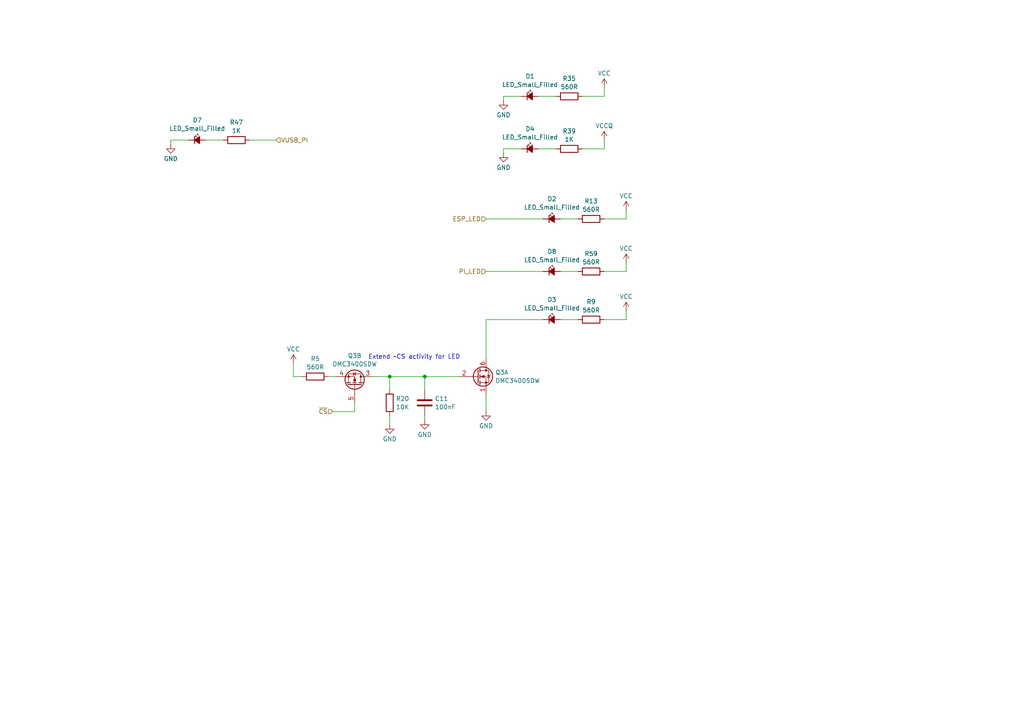
<source format=kicad_sch>
(kicad_sch (version 20250114) (generator "eeschema") (generator_version "9.0")
  (paper "A4")
  (lib_symbols
    (symbol "DMC2053UVT_2" (pin_names (hide yes))
      (property "Reference" "Q5" (at 2.667 1.2122 0))
      (property "Value" "DMC3400SDW" (at 2.667 -1.2121 0))
      (symbol "DMC2053UVT_2_0_1"
        (polyline (pts (xy -2.286 1.905) (xy -2.286 -1.905)) (stroke (width 0.254)))
        (polyline (pts (xy -2.286 0) (xy -5.08 0)))
        (polyline (pts (xy -1.778 2.286) (xy -1.778 1.27)) (stroke (width 0.254)))
        (polyline (pts (xy -1.778 0.508) (xy -1.778 -0.508)) (stroke (width 0.254)))
        (polyline (pts (xy -1.778 -1.27) (xy -1.778 -2.286)) (stroke (width 0.254)))
        (polyline (pts (xy -1.778 -1.778) (xy 0.762 -1.778) (xy 0.762 1.778) (xy -1.778 1.778)))
        (circle (center -0.889 0) (radius 2.794) (stroke (width 0.254)))
        (polyline (pts (xy 0 2.54) (xy 0 1.778)))
        (circle (center 0 1.778) (radius 0.254) (fill (type outline)))
        (circle (center 0 -1.778) (radius 0.254) (fill (type outline)))
        (polyline (pts (xy 0 -2.54) (xy 0 0) (xy -1.778 0)))
      )
      (symbol "DMC2053UVT_2_1_1"
        (polyline (pts (xy -1.524 0) (xy -0.508 0.381) (xy -0.508 -0.381) (xy -1.524 0)) (fill (type outline)))
        (polyline (pts (xy 0.254 0.508) (xy 0.381 0.381) (xy 1.143 0.381) (xy 1.27 0.254)))
        (polyline (pts (xy 0.762 0.381) (xy 0.381 -0.254) (xy 1.143 -0.254) (xy 0.762 0.381)))
        (pin passive line (at -7.62 0 0) (length 2.54) (name "G") (number "2"))
        (pin passive line (at 0 5.08 270) (length 2.54) (name "D") (number "6"))
        (pin passive line (at 0 -5.08 90) (length 2.54) (name "1") (number "1"))
      )
      (symbol "DMC2053UVT_2_2_1"
        (polyline (pts (xy -0.254 0) (xy -1.27 0.381) (xy -1.27 -0.381) (xy -0.254 0)) (fill (type outline)))
        (polyline (pts (xy 0.254 -0.508) (xy 0.381 -0.381) (xy 1.143 -0.381) (xy 1.27 -0.254)))
        (polyline (pts (xy 0.762 -0.381) (xy 0.381 0.254) (xy 1.143 0.254) (xy 0.762 -0.381)))
        (pin passive line (at -7.62 0 0) (length 2.54) (name "G") (number "5"))
        (pin passive line (at 0 5.08 270) (length 2.54) (name "D") (number "3"))
        (pin passive line (at 0 -5.08 90) (length 2.54) (name "S") (number "4"))
      )
    )
    (symbol "Device:C" (pin_numbers (hide yes)) (pin_names (offset 0.254))
      (property "Reference" "C" (at 0.635 2.54 0))
      (property "Value" "C" (at 0.635 -2.54 0))
      (symbol "C_0_1"
        (polyline (pts (xy -2.032 0.762) (xy 2.032 0.762)) (stroke (width 0.508)))
        (polyline (pts (xy -2.032 -0.762) (xy 2.032 -0.762)) (stroke (width 0.508)))
      )
      (symbol "C_1_1"
        (pin passive line (at 0 3.81 270) (length 2.794) (name "~") (number "1"))
        (pin passive line (at 0 -3.81 90) (length 2.794) (name "~") (number "2"))
      )
    )
    (symbol "Device:LED_Small_Filled" (pin_numbers (hide yes)) (pin_names (offset 0.254) (hide yes))
      (property "Reference" "D" (at -1.27 3.175 0))
      (property "Value" "LED_Small_Filled" (at -4.445 -2.54 0))
      (symbol "LED_Small_Filled_0_1"
        (polyline (pts (xy -0.762 -1.016) (xy -0.762 1.016)) (stroke (width 0.254)))
        (polyline (pts (xy 0 0.762) (xy -0.508 1.27) (xy -0.254 1.27) (xy -0.508 1.27) (xy -0.508 1.016)))
        (polyline (pts (xy 0.508 1.27) (xy 0 1.778) (xy 0.254 1.778) (xy 0 1.778) (xy 0 1.524)))
        (polyline (pts (xy 0.762 -1.016) (xy -0.762 0) (xy 0.762 1.016) (xy 0.762 -1.016)) (stroke (width 0.254)) (fill (type outline)))
        (polyline (pts (xy 1.016 0) (xy -0.762 0)))
      )
      (symbol "LED_Small_Filled_1_1"
        (pin passive line (at -2.54 0 0) (length 1.778) (name "K") (number "1"))
        (pin passive line (at 2.54 0 180) (length 1.778) (name "A") (number "2"))
      )
    )
    (symbol "Device:R" (pin_numbers (hide yes)) (pin_names (offset 0))
      (property "Reference" "R" (at 2.032 0 90))
      (property "Value" "R" (at 0 0 90))
      (symbol "R_0_1"
        (rectangle (start -1.016 -2.54) (end 1.016 2.54) (stroke (width 0.254)))
      )
      (symbol "R_1_1"
        (pin passive line (at 0 3.81 270) (length 1.27) (name "~") (number "1"))
        (pin passive line (at 0 -3.81 90) (length 1.27) (name "~") (number "2"))
      )
    )
    (symbol "power:GND" (power) (pin_numbers (hide yes)) (pin_names (offset 0) (hide yes))
      (property "Value" "GND" (at 0 -3.81 0))
      (symbol "GND_0_1"
        (polyline (pts (xy 0 0) (xy 0 -1.27) (xy 1.27 -1.27) (xy 0 -2.54) (xy -1.27 -1.27) (xy 0 -1.27)))
      )
      (symbol "GND_1_1"
        (pin power_in line (at 0 0 270) (length 0) (name "~") (number "1"))
      )
    )
    (symbol "power:VCC" (power) (pin_numbers (hide yes)) (pin_names (offset 0) (hide yes))
      (property "Value" "VCC" (at 0 3.556 0))
      (symbol "VCC_0_1"
        (polyline (pts (xy -0.762 1.27) (xy 0 2.54)))
        (polyline (pts (xy 0 2.54) (xy 0.762 1.27)))
        (polyline (pts (xy 0 0) (xy 0 2.54)))
      )
      (symbol "VCC_1_1"
        (pin power_in line (at 0 0 90) (length 0) (name "~") (number "1"))
      )
    )
    (symbol "power:VCCQ" (power) (pin_numbers (hide yes)) (pin_names (offset 0) (hide yes))
      (property "Value" "VCCQ" (at 0 3.556 0))
      (symbol "VCCQ_0_1"
        (polyline (pts (xy -0.762 1.27) (xy 0 2.54)))
        (polyline (pts (xy 0 2.54) (xy 0.762 1.27)))
        (polyline (pts (xy 0 0) (xy 0 2.54)))
      )
      (symbol "VCCQ_1_1"
        (pin power_in line (at 0 0 90) (length 0) (name "~") (number "1"))
      )
    )
  )
  (text "Extend ~CS activity for LED\n" (at 120.142 103.632 0) (effects (font (size 1.27 1.27))))
  (junction (at 123.19 109.22))
  (junction (at 113.03 109.22))
  (wire (pts (xy 140.97 104.14) (xy 140.97 92.71)))
  (wire (pts (xy 113.03 120.65) (xy 113.03 123.19)))
  (wire (pts (xy 181.61 92.71) (xy 181.61 90.17)))
  (wire (pts (xy 168.91 27.94) (xy 175.26 27.94)))
  (wire (pts (xy 162.56 78.74) (xy 167.64 78.74)))
  (wire (pts (xy 123.19 109.22) (xy 123.19 113.03)))
  (wire (pts (xy 162.56 63.5) (xy 167.64 63.5)))
  (wire (pts (xy 140.97 92.71) (xy 157.48 92.71)))
  (wire (pts (xy 140.97 78.74) (xy 157.48 78.74)))
  (wire (pts (xy 72.39 40.64) (xy 80.01 40.64)))
  (wire (pts (xy 85.09 109.22) (xy 85.09 105.41)))
  (wire (pts (xy 175.26 63.5) (xy 181.61 63.5)))
  (wire (pts (xy 181.61 63.5) (xy 181.61 60.96)))
  (wire (pts (xy 146.05 43.18) (xy 146.05 44.45)))
  (wire (pts (xy 59.69 40.64) (xy 64.77 40.64)))
  (wire (pts (xy 175.26 27.94) (xy 175.26 25.4)))
  (wire (pts (xy 54.61 40.64) (xy 49.53 40.64)))
  (wire (pts (xy 168.91 43.18) (xy 175.26 43.18)))
  (wire (pts (xy 96.52 119.38) (xy 102.87 119.38)))
  (wire (pts (xy 140.97 114.3) (xy 140.97 119.38)))
  (wire (pts (xy 151.13 43.18) (xy 146.05 43.18)))
  (wire (pts (xy 151.13 27.94) (xy 146.05 27.94)))
  (wire (pts (xy 140.97 63.5) (xy 157.48 63.5)))
  (wire (pts (xy 107.95 109.22) (xy 113.03 109.22)))
  (wire (pts (xy 175.26 78.74) (xy 181.61 78.74)))
  (wire (pts (xy 156.21 43.18) (xy 161.29 43.18)))
  (wire (pts (xy 49.53 40.64) (xy 49.53 41.91)))
  (wire (pts (xy 175.26 92.71) (xy 181.61 92.71)))
  (wire (pts (xy 162.56 92.71) (xy 167.64 92.71)))
  (wire (pts (xy 156.21 27.94) (xy 161.29 27.94)))
  (wire (pts (xy 123.19 120.65) (xy 123.19 121.92)))
  (wire (pts (xy 113.03 109.22) (xy 113.03 113.03)))
  (wire (pts (xy 175.26 43.18) (xy 175.26 40.64)))
  (wire (pts (xy 113.03 109.22) (xy 123.19 109.22)))
  (wire (pts (xy 87.63 109.22) (xy 85.09 109.22)))
  (wire (pts (xy 95.25 109.22) (xy 97.79 109.22)))
  (wire (pts (xy 146.05 27.94) (xy 146.05 29.21)))
  (wire (pts (xy 123.19 109.22) (xy 133.35 109.22)))
  (wire (pts (xy 181.61 78.74) (xy 181.61 76.2)))
  (wire (pts (xy 102.87 116.84) (xy 102.87 119.38)))
  (hierarchical_label "PI_LED" (shape input) (at 140.97 78.74 180))
  (hierarchical_label "~{CS}" (shape input) (at 96.52 119.38 180))
  (hierarchical_label "VUSB_PI" (shape input) (at 80.01 40.64 0))
  (hierarchical_label "ESP_LED" (shape input) (at 140.97 63.5 180))
  (symbol (lib_name "DMC2053UVT_2") (lib_id "Transistor_FET:DMC2053UVT") (at 140.97 109.22 0) (unit 1)
    (property "Reference" "Q3" (at 143.637 108.0078 0) (effects (justify left)))
    (property "Value" "DMC3400SDW" (at 143.637 110.4321 0) (effects (justify left)))
    (property "Footprint" "Package_TO_SOT_SMD:SOT-363_SC-70-6" (effects (hide yes)))
    (property "Datasheet" "https://www.diodes.com/assets/Datasheets/DMC2053UVT.pdf" (effects (hide yes)))
    (property "Description" "4.6A/-3.2A Id, 20V Vds, Complementary pair enhancement mode P-Channel and N-Channel MOSFET, TSOT-23-6" (effects (hide yes)))
    (property "LCSC" "C155499" (effects (hide yes)))
  )
  (symbol (lib_id "Device:LED_Small_Filled") (at 153.67 43.18 0) (unit 1)
    (property "Reference" "D4" (at 153.7335 37.3845 0))
    (property "Value" "LED_Small_Filled" (at 153.7335 39.8088 0))
    (property "Footprint" "LED_SMD:LED_0603_1608Metric_Pad1.05x0.95mm_HandSolder" (effects (hide yes)))
    (property "Description" "Light emitting diode, small symbol, filled shape" (effects (hide yes)))
    (property "LCSC" "C2286" (effects (hide yes)))
  )
  (symbol (lib_id "power:VCC") (at 85.09 105.41 0) (unit 1)
    (property "Reference" "#PWR027" (effects (hide yes)))
    (property "Value" "VCC" (at 85.09 101.2769 0))
    (property "Description" "Power symbol creates a global label with name \"VCC\"" (effects (hide yes)))
  )
  (symbol (lib_id "Device:R") (at 113.03 116.84 0) (unit 1)
    (property "Reference" "R20" (at 114.808 115.6278 0) (effects (justify left)))
    (property "Value" "10K" (at 114.808 118.0521 0) (effects (justify left)))
    (property "Footprint" "Resistor_SMD:R_0603_1608Metric_Pad0.98x0.95mm_HandSolder" (effects (hide yes)))
    (property "Description" "Resistor" (effects (hide yes)))
    (property "LCSC" "C25804" (effects (hide yes)))
  )
  (symbol (lib_id "power:GND") (at 49.53 41.91 0) (unit 1)
    (property "Reference" "#PWR0142" (effects (hide yes)))
    (property "Value" "GND" (at 49.53 46.0431 0))
    (property "Description" "Power symbol creates a global label with name \"GND\" , ground" (effects (hide yes)))
  )
  (symbol (lib_id "power:VCCQ") (at 175.26 40.64 0) (unit 1)
    (property "Reference" "#PWR0116" (effects (hide yes)))
    (property "Value" "VCCQ" (at 175.26 36.5069 0))
    (property "Description" "Power symbol creates a global label with name \"VCCQ\"" (effects (hide yes)))
  )
  (symbol (lib_id "Device:R") (at 171.45 63.5 270) (unit 1)
    (property "Reference" "R13" (at 171.45 58.3395 90))
    (property "Value" "560R" (at 171.45 60.7638 90))
    (property "Footprint" "Resistor_SMD:R_0603_1608Metric_Pad0.98x0.95mm_HandSolder" (effects (hide yes)))
    (property "Description" "Resistor" (effects (hide yes)))
    (property "LCSC" "C23204" (effects (hide yes)))
  )
  (symbol (lib_id "Device:R") (at 68.58 40.64 90) (unit 1)
    (property "Reference" "R47" (at 68.58 35.4795 90))
    (property "Value" "1K" (at 68.58 37.9038 90))
    (property "Footprint" "Resistor_SMD:R_0603_1608Metric_Pad0.98x0.95mm_HandSolder" (effects (hide yes)))
    (property "Description" "Resistor" (effects (hide yes)))
    (property "LCSC" "C21190" (effects (hide yes)))
  )
  (symbol (lib_id "power:GND") (at 146.05 29.21 0) (unit 1)
    (property "Reference" "#PWR077" (effects (hide yes)))
    (property "Value" "GND" (at 146.05 33.3431 0))
    (property "Description" "Power symbol creates a global label with name \"GND\" , ground" (effects (hide yes)))
  )
  (symbol (lib_id "Device:R") (at 165.1 43.18 90) (unit 1)
    (property "Reference" "R39" (at 165.1 38.0195 90))
    (property "Value" "1K" (at 165.1 40.4438 90))
    (property "Footprint" "Resistor_SMD:R_0603_1608Metric_Pad0.98x0.95mm_HandSolder" (effects (hide yes)))
    (property "Description" "Resistor" (effects (hide yes)))
    (property "LCSC" "C21190" (effects (hide yes)))
  )
  (symbol (lib_id "Device:LED_Small_Filled") (at 57.15 40.64 0) (unit 1)
    (property "Reference" "D7" (at 57.2135 34.8445 0))
    (property "Value" "LED_Small_Filled" (at 57.2135 37.2688 0))
    (property "Footprint" "LED_SMD:LED_0603_1608Metric_Pad1.05x0.95mm_HandSolder" (effects (hide yes)))
    (property "Description" "Light emitting diode, small symbol, filled shape" (effects (hide yes)))
    (property "LCSC" "C2286" (effects (hide yes)))
  )
  (symbol (lib_id "Device:R") (at 165.1 27.94 270) (unit 1)
    (property "Reference" "R35" (at 165.1 22.7795 90))
    (property "Value" "560R" (at 165.1 25.2038 90))
    (property "Footprint" "Resistor_SMD:R_0603_1608Metric_Pad0.98x0.95mm_HandSolder" (effects (hide yes)))
    (property "Description" "Resistor" (effects (hide yes)))
    (property "LCSC" "C23204" (effects (hide yes)))
  )
  (symbol (lib_name "DMC2053UVT_2") (lib_id "Transistor_FET:DMC2053UVT") (at 102.87 109.22 270) (mirror x) (unit 2)
    (property "Reference" "Q3" (at 102.87 103.1705 90))
    (property "Value" "DMC3400SDW" (at 102.87 105.5948 90))
    (property "Footprint" "Package_TO_SOT_SMD:SOT-363_SC-70-6" (effects (hide yes)))
    (property "Datasheet" "https://www.diodes.com/assets/Datasheets/DMC2053UVT.pdf" (effects (hide yes)))
    (property "Description" "4.6A/-3.2A Id, 20V Vds, Complementary pair enhancement mode P-Channel and N-Channel MOSFET, TSOT-23-6" (effects (hide yes)))
    (property "LCSC" "C155499" (effects (hide yes)))
  )
  (symbol (lib_id "Device:R") (at 91.44 109.22 270) (unit 1)
    (property "Reference" "R5" (at 91.44 104.0595 90))
    (property "Value" "560R" (at 91.44 106.4838 90))
    (property "Footprint" "Resistor_SMD:R_0603_1608Metric_Pad0.98x0.95mm_HandSolder" (effects (hide yes)))
    (property "Description" "Resistor" (effects (hide yes)))
    (property "LCSC" "C23204" (effects (hide yes)))
  )
  (symbol (lib_id "Device:R") (at 171.45 92.71 270) (unit 1)
    (property "Reference" "R9" (at 171.45 87.5495 90))
    (property "Value" "560R" (at 171.45 89.9738 90))
    (property "Footprint" "Resistor_SMD:R_0603_1608Metric_Pad0.98x0.95mm_HandSolder" (effects (hide yes)))
    (property "Description" "Resistor" (effects (hide yes)))
    (property "LCSC" "C23204" (effects (hide yes)))
  )
  (symbol (lib_id "Device:C") (at 123.19 116.84 0) (unit 1)
    (property "Reference" "C11" (at 126.111 115.6278 0) (effects (justify left)))
    (property "Value" "100nF" (at 126.111 118.0521 0) (effects (justify left)))
    (property "Footprint" "Capacitor_SMD:C_0603_1608Metric_Pad1.08x0.95mm_HandSolder" (effects (hide yes)))
    (property "Description" "Unpolarized capacitor" (effects (hide yes)))
    (property "LCSC" "C14663" (effects (hide yes)))
  )
  (symbol (lib_id "power:VCC") (at 181.61 90.17 0) (unit 1)
    (property "Reference" "#PWR081" (effects (hide yes)))
    (property "Value" "VCC" (at 181.61 86.0369 0))
    (property "Description" "Power symbol creates a global label with name \"VCC\"" (effects (hide yes)))
  )
  (symbol (lib_id "power:GND") (at 146.05 44.45 0) (unit 1)
    (property "Reference" "#PWR078" (effects (hide yes)))
    (property "Value" "GND" (at 146.05 48.5831 0))
    (property "Description" "Power symbol creates a global label with name \"GND\" , ground" (effects (hide yes)))
  )
  (symbol (lib_id "power:VCC") (at 175.26 25.4 0) (unit 1)
    (property "Reference" "#PWR0115" (effects (hide yes)))
    (property "Value" "VCC" (at 175.26 21.2669 0))
    (property "Description" "Power symbol creates a global label with name \"VCC\"" (effects (hide yes)))
  )
  (symbol (lib_id "Device:LED_Small_Filled") (at 153.67 27.94 0) (unit 1)
    (property "Reference" "D1" (at 153.7335 22.1445 0))
    (property "Value" "LED_Small_Filled" (at 153.7335 24.5688 0))
    (property "Footprint" "LED_SMD:LED_0603_1608Metric_Pad1.05x0.95mm_HandSolder" (effects (hide yes)))
    (property "Description" "Light emitting diode, small symbol, filled shape" (effects (hide yes)))
    (property "LCSC" "C2286" (effects (hide yes)))
  )
  (symbol (lib_id "power:GND") (at 113.03 123.19 0) (unit 1)
    (property "Reference" "#PWR032" (effects (hide yes)))
    (property "Value" "GND" (at 113.03 127.3231 0))
    (property "Description" "Power symbol creates a global label with name \"GND\" , ground" (effects (hide yes)))
  )
  (symbol (lib_id "power:VCC") (at 181.61 60.96 0) (unit 1)
    (property "Reference" "#PWR079" (effects (hide yes)))
    (property "Value" "VCC" (at 181.61 56.8269 0))
    (property "Description" "Power symbol creates a global label with name \"VCC\"" (effects (hide yes)))
  )
  (symbol (lib_id "power:GND") (at 140.97 119.38 0) (unit 1)
    (property "Reference" "#PWR076" (effects (hide yes)))
    (property "Value" "GND" (at 140.97 123.5131 0))
    (property "Description" "Power symbol creates a global label with name \"GND\" , ground" (effects (hide yes)))
  )
  (symbol (lib_id "Device:LED_Small_Filled") (at 160.02 92.71 0) (unit 1)
    (property "Reference" "D3" (at 160.0835 86.9145 0))
    (property "Value" "LED_Small_Filled" (at 160.0835 89.3388 0))
    (property "Footprint" "LED_SMD:LED_0603_1608Metric_Pad1.05x0.95mm_HandSolder" (effects (hide yes)))
    (property "Description" "Light emitting diode, small symbol, filled shape" (effects (hide yes)))
    (property "LCSC" "C2286" (effects (hide yes)))
  )
  (symbol (lib_id "Device:R") (at 171.45 78.74 270) (unit 1)
    (property "Reference" "R59" (at 171.45 73.5795 90))
    (property "Value" "560R" (at 171.45 76.0038 90))
    (property "Footprint" "Resistor_SMD:R_0603_1608Metric_Pad0.98x0.95mm_HandSolder" (effects (hide yes)))
    (property "Description" "Resistor" (effects (hide yes)))
    (property "LCSC" "C23204" (effects (hide yes)))
  )
  (symbol (lib_id "power:VCC") (at 181.61 76.2 0) (unit 1)
    (property "Reference" "#PWR080" (effects (hide yes)))
    (property "Value" "VCC" (at 181.61 72.0669 0))
    (property "Description" "Power symbol creates a global label with name \"VCC\"" (effects (hide yes)))
  )
  (symbol (lib_id "power:GND") (at 123.19 121.92 0) (unit 1)
    (property "Reference" "#PWR075" (effects (hide yes)))
    (property "Value" "GND" (at 123.19 126.0531 0))
    (property "Description" "Power symbol creates a global label with name \"GND\" , ground" (effects (hide yes)))
  )
  (symbol (lib_id "Device:LED_Small_Filled") (at 160.02 63.5 0) (unit 1)
    (property "Reference" "D2" (at 160.0835 57.7045 0))
    (property "Value" "LED_Small_Filled" (at 160.0835 60.1288 0))
    (property "Footprint" "LED_SMD:LED_0603_1608Metric_Pad1.05x0.95mm_HandSolder" (effects (hide yes)))
    (property "Description" "Light emitting diode, small symbol, filled shape" (effects (hide yes)))
    (property "LCSC" "C2286" (effects (hide yes)))
  )
  (symbol (lib_id "Device:LED_Small_Filled") (at 160.02 78.74 0) (unit 1)
    (property "Reference" "D8" (at 160.0835 72.9445 0))
    (property "Value" "LED_Small_Filled" (at 160.0835 75.3688 0))
    (property "Footprint" "LED_SMD:LED_0603_1608Metric_Pad1.05x0.95mm_HandSolder" (effects (hide yes)))
    (property "Description" "Light emitting diode, small symbol, filled shape" (effects (hide yes)))
    (property "LCSC" "C2286" (effects (hide yes)))
  )
)
</source>
